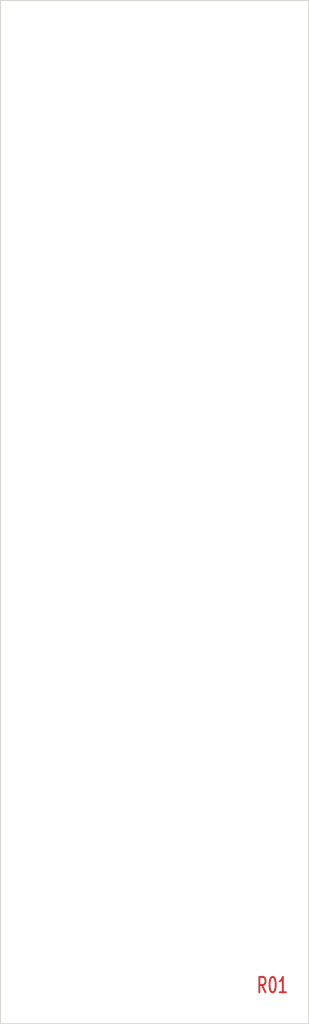
<source format=kicad_pcb>
(kicad_pcb (version 20171130) (host pcbnew 5.1.5-52549c5~84~ubuntu19.04.1)

  (general
    (thickness 1.6)
    (drawings 5)
    (tracks 0)
    (zones 0)
    (modules 10)
    (nets 1)
  )

  (page A4)
  (title_block
    (title Wavefolder)
    (date 2020-02-15)
    (rev R01)
    (comment 1 "Original design by Yves Usson")
    (comment 2 "PCB for panel")
    (comment 4 "License CC BY 4.0 - Attribution 4.0 International")
  )

  (layers
    (0 F.Cu signal)
    (31 B.Cu signal)
    (32 B.Adhes user)
    (33 F.Adhes user)
    (34 B.Paste user)
    (35 F.Paste user)
    (36 B.SilkS user)
    (37 F.SilkS user)
    (38 B.Mask user)
    (39 F.Mask user)
    (40 Dwgs.User user)
    (41 Cmts.User user)
    (42 Eco1.User user)
    (43 Eco2.User user)
    (44 Edge.Cuts user)
    (45 Margin user)
    (46 B.CrtYd user)
    (47 F.CrtYd user)
    (48 B.Fab user)
    (49 F.Fab user)
  )

  (setup
    (last_trace_width 0.25)
    (trace_clearance 0.2)
    (zone_clearance 0.508)
    (zone_45_only no)
    (trace_min 0.2)
    (via_size 0.8)
    (via_drill 0.4)
    (via_min_size 0.4)
    (via_min_drill 0.3)
    (uvia_size 0.3)
    (uvia_drill 0.1)
    (uvias_allowed no)
    (uvia_min_size 0.2)
    (uvia_min_drill 0.1)
    (edge_width 0.05)
    (segment_width 0.2)
    (pcb_text_width 0.3)
    (pcb_text_size 1.5 1.5)
    (mod_edge_width 0.12)
    (mod_text_size 1 1)
    (mod_text_width 0.15)
    (pad_size 3.2 3.2)
    (pad_drill 3.2)
    (pad_to_mask_clearance 0.051)
    (solder_mask_min_width 0.25)
    (aux_axis_origin 0 0)
    (visible_elements FFFFFF7F)
    (pcbplotparams
      (layerselection 0x010fc_ffffffff)
      (usegerberextensions false)
      (usegerberattributes false)
      (usegerberadvancedattributes false)
      (creategerberjobfile false)
      (excludeedgelayer true)
      (linewidth 0.100000)
      (plotframeref false)
      (viasonmask false)
      (mode 1)
      (useauxorigin false)
      (hpglpennumber 1)
      (hpglpenspeed 20)
      (hpglpendiameter 15.000000)
      (psnegative false)
      (psa4output false)
      (plotreference true)
      (plotvalue true)
      (plotinvisibletext false)
      (padsonsilk false)
      (subtractmaskfromsilk false)
      (outputformat 1)
      (mirror false)
      (drillshape 0)
      (scaleselection 1)
      (outputdirectory "gerbers"))
  )

  (net 0 "")

  (net_class Default "This is the default net class."
    (clearance 0.2)
    (trace_width 0.25)
    (via_dia 0.8)
    (via_drill 0.4)
    (uvia_dia 0.3)
    (uvia_drill 0.1)
  )

  (module elektrophon:panel_jack (layer F.Cu) (tedit 5DA46DDA) (tstamp 5D74B47D)
    (at 55.88 132.08)
    (descr "Mounting Hole 8.4mm, no annular, M8")
    (tags "mounting hole 8.4mm no annular m8")
    (path /5D74E339)
    (attr virtual)
    (fp_text reference H10 (at 0 -9.4) (layer F.SilkS) hide
      (effects (font (size 1 1) (thickness 0.15)))
    )
    (fp_text value OUT (at 0 9.144) (layer F.Mask)
      (effects (font (size 2 1.4) (thickness 0.25)))
    )
    (fp_circle (center 0 0) (end 4.2 0) (layer F.CrtYd) (width 0.05))
    (fp_circle (center 0 0) (end 4 0) (layer Cmts.User) (width 0.15))
    (fp_text user %R (at 0.3 0) (layer F.Fab)
      (effects (font (size 1 1) (thickness 0.15)))
    )
    (pad "" np_thru_hole circle (at 0 0) (size 6.4 6.4) (drill 6.4) (layers *.Cu *.Mask))
    (model "${KIPRJMOD}/../../../lib/kicad/models/PJ301M-12 Thonkiconn v0.2.stp"
      (offset (xyz 0 0.8 -10.5))
      (scale (xyz 1 1 1))
      (rotate (xyz 0 0 0))
    )
  )

  (module elektrophon:panel_jack (layer F.Cu) (tedit 5DA46DDA) (tstamp 5E6DEB6E)
    (at 35.56 111.76)
    (descr "Mounting Hole 8.4mm, no annular, M8")
    (tags "mounting hole 8.4mm no annular m8")
    (path /5D745729)
    (attr virtual)
    (fp_text reference H9 (at 0 -9.4) (layer F.SilkS) hide
      (effects (font (size 1 1) (thickness 0.15)))
    )
    (fp_text value HP (at 0 9.144) (layer F.Mask)
      (effects (font (size 2 1.4) (thickness 0.25)))
    )
    (fp_circle (center 0 0) (end 4.2 0) (layer F.CrtYd) (width 0.05))
    (fp_circle (center 0 0) (end 4 0) (layer Cmts.User) (width 0.15))
    (fp_text user %R (at 0.3 0) (layer F.Fab)
      (effects (font (size 1 1) (thickness 0.15)))
    )
    (pad "" np_thru_hole circle (at 0 0) (size 6.4 6.4) (drill 6.4) (layers *.Cu *.Mask))
    (model "${KIPRJMOD}/../../../lib/kicad/models/PJ301M-12 Thonkiconn v0.2.stp"
      (offset (xyz 0 0.8 -10.5))
      (scale (xyz 1 1 1))
      (rotate (xyz 0 0 0))
    )
  )

  (module elektrophon:panel_potentiometer (layer F.Cu) (tedit 5DA46CEF) (tstamp 5E6DEB66)
    (at 55.88 91.44)
    (descr "Mounting Hole 8.4mm, no annular, M8")
    (tags "mounting hole 8.4mm no annular m8")
    (path /5D744E11)
    (attr virtual)
    (fp_text reference H8 (at 0 -9.4) (layer F.SilkS) hide
      (effects (font (size 1 1) (thickness 0.15)))
    )
    (fp_text value frequency (at 0 9.144) (layer F.Mask)
      (effects (font (size 2 1.4) (thickness 0.25)))
    )
    (fp_circle (center 0 0) (end 6.6 0) (layer F.CrtYd) (width 0.05))
    (fp_circle (center 0 0) (end 6.35 0) (layer Cmts.User) (width 0.15))
    (fp_text user %R (at 0.3 0) (layer F.Fab)
      (effects (font (size 1 1) (thickness 0.15)))
    )
    (pad "" np_thru_hole circle (at 0 0) (size 7.4 7.4) (drill 7.4) (layers *.Cu *.Mask))
    (model "${KIPRJMOD}/../../../lib/kicad/models/chroma cap.step"
      (offset (xyz 0 0 8))
      (scale (xyz 1 1 1))
      (rotate (xyz -90 0 0))
    )
  )

  (module elektrophon:panel_jack (layer F.Cu) (tedit 5DA46DDA) (tstamp 5E6DEB5E)
    (at 55.88 111.76)
    (descr "Mounting Hole 8.4mm, no annular, M8")
    (tags "mounting hole 8.4mm no annular m8")
    (path /5D743CC3)
    (attr virtual)
    (fp_text reference H7 (at 0 -9.4) (layer F.SilkS) hide
      (effects (font (size 1 1) (thickness 0.15)))
    )
    (fp_text value pitch (at 0 9.144) (layer F.Mask)
      (effects (font (size 2 1.4) (thickness 0.25)))
    )
    (fp_circle (center 0 0) (end 4.2 0) (layer F.CrtYd) (width 0.05))
    (fp_circle (center 0 0) (end 4 0) (layer Cmts.User) (width 0.15))
    (fp_text user %R (at 0.3 0) (layer F.Fab)
      (effects (font (size 1 1) (thickness 0.15)))
    )
    (pad "" np_thru_hole circle (at 0 0) (size 6.4 6.4) (drill 6.4) (layers *.Cu *.Mask))
    (model "${KIPRJMOD}/../../../lib/kicad/models/PJ301M-12 Thonkiconn v0.2.stp"
      (offset (xyz 0 0.8 -10.5))
      (scale (xyz 1 1 1))
      (rotate (xyz 0 0 0))
    )
  )

  (module elektrophon:panel_potentiometer (layer F.Cu) (tedit 5DA46CEF) (tstamp 5E6DEB56)
    (at 55.88 71.12)
    (descr "Mounting Hole 8.4mm, no annular, M8")
    (tags "mounting hole 8.4mm no annular m8")
    (path /5E6DF25F)
    (attr virtual)
    (fp_text reference H6 (at 0 -9.4) (layer F.SilkS) hide
      (effects (font (size 1 1) (thickness 0.15)))
    )
    (fp_text value atten (at 0 9.144) (layer F.Mask)
      (effects (font (size 2 1.4) (thickness 0.25)))
    )
    (fp_circle (center 0 0) (end 6.6 0) (layer F.CrtYd) (width 0.05))
    (fp_circle (center 0 0) (end 6.35 0) (layer Cmts.User) (width 0.15))
    (fp_text user %R (at 0.3 0) (layer F.Fab)
      (effects (font (size 1 1) (thickness 0.15)))
    )
    (pad "" np_thru_hole circle (at 0 0) (size 7.4 7.4) (drill 7.4) (layers *.Cu *.Mask))
    (model "${KIPRJMOD}/../../../lib/kicad/models/chroma cap.step"
      (offset (xyz 0 0 8))
      (scale (xyz 1 1 1))
      (rotate (xyz -90 0 0))
    )
  )

  (module elektrophon:panel_potentiometer (layer F.Cu) (tedit 5DA46CEF) (tstamp 5E6DEB4E)
    (at 55.88 50.8)
    (descr "Mounting Hole 8.4mm, no annular, M8")
    (tags "mounting hole 8.4mm no annular m8")
    (path /5D743CB7)
    (attr virtual)
    (fp_text reference H5 (at 0 -9.4) (layer F.SilkS) hide
      (effects (font (size 1 1) (thickness 0.15)))
    )
    (fp_text value atten (at 0 9.144) (layer F.Mask)
      (effects (font (size 2 1.4) (thickness 0.25)))
    )
    (fp_circle (center 0 0) (end 6.6 0) (layer F.CrtYd) (width 0.05))
    (fp_circle (center 0 0) (end 6.35 0) (layer Cmts.User) (width 0.15))
    (fp_text user %R (at 0.3 0) (layer F.Fab)
      (effects (font (size 1 1) (thickness 0.15)))
    )
    (pad "" np_thru_hole circle (at 0 0) (size 7.4 7.4) (drill 7.4) (layers *.Cu *.Mask))
    (model "${KIPRJMOD}/../../../lib/kicad/models/chroma cap.step"
      (offset (xyz 0 0 8))
      (scale (xyz 1 1 1))
      (rotate (xyz -90 0 0))
    )
  )

  (module elektrophon:panel_jack (layer F.Cu) (tedit 5DA46DDA) (tstamp 5E6DEB46)
    (at 35.56 132.08)
    (descr "Mounting Hole 8.4mm, no annular, M8")
    (tags "mounting hole 8.4mm no annular m8")
    (path /5D74571D)
    (attr virtual)
    (fp_text reference H4 (at 0 -9.4) (layer F.SilkS) hide
      (effects (font (size 1 1) (thickness 0.15)))
    )
    (fp_text value LP (at 0 9.144) (layer F.Mask)
      (effects (font (size 2 1.4) (thickness 0.25)))
    )
    (fp_circle (center 0 0) (end 4.2 0) (layer F.CrtYd) (width 0.05))
    (fp_circle (center 0 0) (end 4 0) (layer Cmts.User) (width 0.15))
    (fp_text user %R (at 0.3 0) (layer F.Fab)
      (effects (font (size 1 1) (thickness 0.15)))
    )
    (pad "" np_thru_hole circle (at 0 0) (size 6.4 6.4) (drill 6.4) (layers *.Cu *.Mask))
    (model "${KIPRJMOD}/../../../lib/kicad/models/PJ301M-12 Thonkiconn v0.2.stp"
      (offset (xyz 0 0.8 -10.5))
      (scale (xyz 1 1 1))
      (rotate (xyz 0 0 0))
    )
  )

  (module elektrophon:panel_potentiometer (layer F.Cu) (tedit 5DA46CEF) (tstamp 5D74B485)
    (at 35.56 91.44)
    (descr "Mounting Hole 8.4mm, no annular, M8")
    (tags "mounting hole 8.4mm no annular m8")
    (path /5D74E4E8)
    (attr virtual)
    (fp_text reference H3 (at 0 -9.4) (layer F.SilkS) hide
      (effects (font (size 1 1) (thickness 0.15)))
    )
    (fp_text value RES (at 0 9.144) (layer F.Mask)
      (effects (font (size 2 1.4) (thickness 0.25)))
    )
    (fp_circle (center 0 0) (end 6.6 0) (layer F.CrtYd) (width 0.05))
    (fp_circle (center 0 0) (end 6.35 0) (layer Cmts.User) (width 0.15))
    (fp_text user %R (at 0.3 0) (layer F.Fab)
      (effects (font (size 1 1) (thickness 0.15)))
    )
    (pad "" np_thru_hole circle (at 0 0) (size 7.4 7.4) (drill 7.4) (layers *.Cu *.Mask))
    (model "${KIPRJMOD}/../../../lib/kicad/models/chroma cap.step"
      (offset (xyz 0 0 8))
      (scale (xyz 1 1 1))
      (rotate (xyz -90 0 0))
    )
  )

  (module elektrophon:panel_jack (layer F.Cu) (tedit 5DA46DDA) (tstamp 5E6DEB37)
    (at 35.56 71.12)
    (descr "Mounting Hole 8.4mm, no annular, M8")
    (tags "mounting hole 8.4mm no annular m8")
    (path /5E6DF265)
    (attr virtual)
    (fp_text reference H2 (at 0 -9.4) (layer F.SilkS) hide
      (effects (font (size 1 1) (thickness 0.15)))
    )
    (fp_text value cv2 (at 0 9.144) (layer F.Mask)
      (effects (font (size 2 1.4) (thickness 0.25)))
    )
    (fp_circle (center 0 0) (end 4.2 0) (layer F.CrtYd) (width 0.05))
    (fp_circle (center 0 0) (end 4 0) (layer Cmts.User) (width 0.15))
    (fp_text user %R (at 0.3 0) (layer F.Fab)
      (effects (font (size 1 1) (thickness 0.15)))
    )
    (pad "" np_thru_hole circle (at 0 0) (size 6.4 6.4) (drill 6.4) (layers *.Cu *.Mask))
    (model "${KIPRJMOD}/../../../lib/kicad/models/PJ301M-12 Thonkiconn v0.2.stp"
      (offset (xyz 0 0.8 -10.5))
      (scale (xyz 1 1 1))
      (rotate (xyz 0 0 0))
    )
  )

  (module elektrophon:panel_jack (layer F.Cu) (tedit 5DA46DDA) (tstamp 5E6DEB2F)
    (at 35.56 50.8)
    (descr "Mounting Hole 8.4mm, no annular, M8")
    (tags "mounting hole 8.4mm no annular m8")
    (path /5E6DEA2F)
    (attr virtual)
    (fp_text reference H1 (at 0 -9.4) (layer F.SilkS) hide
      (effects (font (size 1 1) (thickness 0.15)))
    )
    (fp_text value cv1 (at 0 9.144) (layer F.Mask)
      (effects (font (size 2 1.4) (thickness 0.25)))
    )
    (fp_circle (center 0 0) (end 4.2 0) (layer F.CrtYd) (width 0.05))
    (fp_circle (center 0 0) (end 4 0) (layer Cmts.User) (width 0.15))
    (fp_text user %R (at 0.3 0) (layer F.Fab)
      (effects (font (size 1 1) (thickness 0.15)))
    )
    (pad "" np_thru_hole circle (at 0 0) (size 6.4 6.4) (drill 6.4) (layers *.Cu *.Mask))
    (model "${KIPRJMOD}/../../../lib/kicad/models/PJ301M-12 Thonkiconn v0.2.stp"
      (offset (xyz 0 0.8 -10.5))
      (scale (xyz 1 1 1))
      (rotate (xyz 0 0 0))
    )
  )

  (gr_text R01 (at 60.96 153.8) (layer F.Cu)
    (effects (font (size 2 1.4) (thickness 0.25)))
  )
  (gr_line (start 65.7 158.8) (end 25.4 158.8) (layer Edge.Cuts) (width 0.12))
  (gr_line (start 65.7 25.4) (end 65.7 158.8) (layer Edge.Cuts) (width 0.12))
  (gr_line (start 25.4 25.4) (end 25.4 158.8) (layer Edge.Cuts) (width 0.12))
  (gr_line (start 25.4 25.4) (end 65.7 25.4) (layer Edge.Cuts) (width 0.12))

)

</source>
